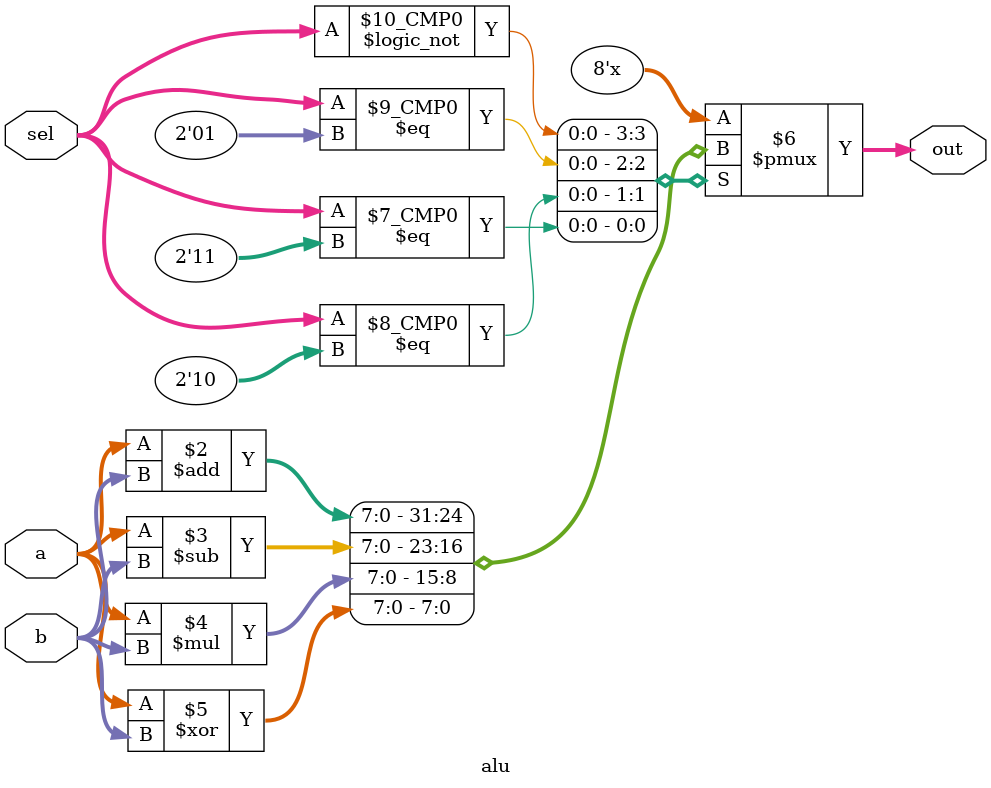
<source format=v>
`timescale 1ns/1ps

module alu(
  a,
  b,
  sel,
  out
  );
  
  input [3:0] a, b;
  input [1:0] sel; 
  
  output [7:0] out;
  reg [7:0] out;
  
  always @(a or b or sel or out) begin
    case(sel)
      2'b00 : out = (a + b);
      2'b01 : out = (a - b);
      2'b10 : out = (a * b);
      2'b11 : out = (a ^ b);
      default : out = 8'h00;
    endcase
  end
  
  
endmodule

</source>
